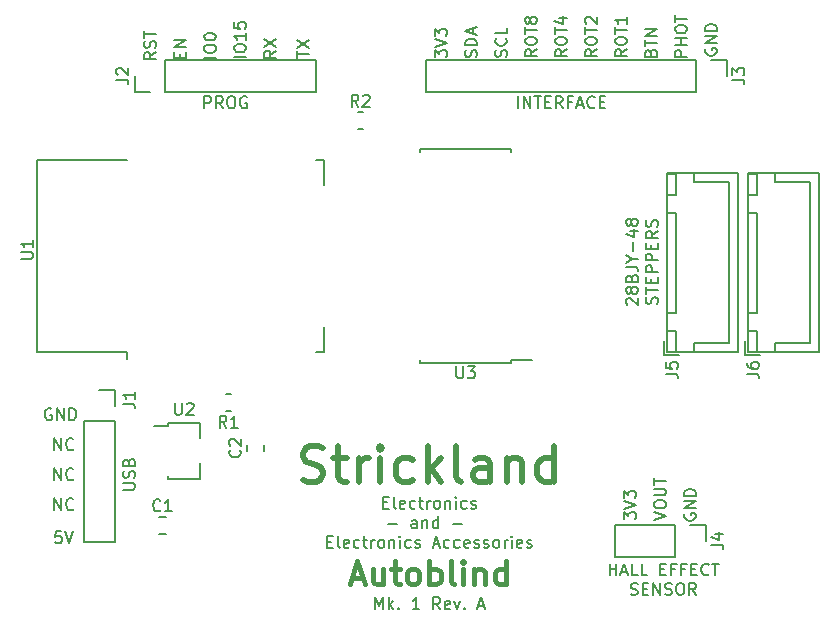
<source format=gbr>
%TF.GenerationSoftware,KiCad,Pcbnew,(5.1.9)-1*%
%TF.CreationDate,2020-12-29T21:02:10-08:00*%
%TF.ProjectId,Autoblind,4175746f-626c-4696-9e64-2e6b69636164,rev?*%
%TF.SameCoordinates,Original*%
%TF.FileFunction,Legend,Top*%
%TF.FilePolarity,Positive*%
%FSLAX46Y46*%
G04 Gerber Fmt 4.6, Leading zero omitted, Abs format (unit mm)*
G04 Created by KiCad (PCBNEW (5.1.9)-1) date 2020-12-29 21:02:10*
%MOMM*%
%LPD*%
G01*
G04 APERTURE LIST*
%ADD10C,0.400000*%
%ADD11C,0.160000*%
%ADD12C,0.500000*%
G04 APERTURE END LIST*
D10*
X65310571Y-130127333D02*
X66262952Y-130127333D01*
X65120095Y-130698761D02*
X65786761Y-128698761D01*
X66453428Y-130698761D01*
X67977238Y-129365428D02*
X67977238Y-130698761D01*
X67120095Y-129365428D02*
X67120095Y-130413047D01*
X67215333Y-130603523D01*
X67405809Y-130698761D01*
X67691523Y-130698761D01*
X67882000Y-130603523D01*
X67977238Y-130508285D01*
X68643904Y-129365428D02*
X69405809Y-129365428D01*
X68929619Y-128698761D02*
X68929619Y-130413047D01*
X69024857Y-130603523D01*
X69215333Y-130698761D01*
X69405809Y-130698761D01*
X70358190Y-130698761D02*
X70167714Y-130603523D01*
X70072476Y-130508285D01*
X69977238Y-130317809D01*
X69977238Y-129746380D01*
X70072476Y-129555904D01*
X70167714Y-129460666D01*
X70358190Y-129365428D01*
X70643904Y-129365428D01*
X70834380Y-129460666D01*
X70929619Y-129555904D01*
X71024857Y-129746380D01*
X71024857Y-130317809D01*
X70929619Y-130508285D01*
X70834380Y-130603523D01*
X70643904Y-130698761D01*
X70358190Y-130698761D01*
X71882000Y-130698761D02*
X71882000Y-128698761D01*
X71882000Y-129460666D02*
X72072476Y-129365428D01*
X72453428Y-129365428D01*
X72643904Y-129460666D01*
X72739142Y-129555904D01*
X72834380Y-129746380D01*
X72834380Y-130317809D01*
X72739142Y-130508285D01*
X72643904Y-130603523D01*
X72453428Y-130698761D01*
X72072476Y-130698761D01*
X71882000Y-130603523D01*
X73977238Y-130698761D02*
X73786761Y-130603523D01*
X73691523Y-130413047D01*
X73691523Y-128698761D01*
X74739142Y-130698761D02*
X74739142Y-129365428D01*
X74739142Y-128698761D02*
X74643904Y-128794000D01*
X74739142Y-128889238D01*
X74834380Y-128794000D01*
X74739142Y-128698761D01*
X74739142Y-128889238D01*
X75691523Y-129365428D02*
X75691523Y-130698761D01*
X75691523Y-129555904D02*
X75786761Y-129460666D01*
X75977238Y-129365428D01*
X76262952Y-129365428D01*
X76453428Y-129460666D01*
X76548666Y-129651142D01*
X76548666Y-130698761D01*
X78358190Y-130698761D02*
X78358190Y-128698761D01*
X78358190Y-130603523D02*
X78167714Y-130698761D01*
X77786761Y-130698761D01*
X77596285Y-130603523D01*
X77501047Y-130508285D01*
X77405809Y-130317809D01*
X77405809Y-129746380D01*
X77501047Y-129555904D01*
X77596285Y-129460666D01*
X77786761Y-129365428D01*
X78167714Y-129365428D01*
X78358190Y-129460666D01*
D11*
X67977238Y-123744571D02*
X68310571Y-123744571D01*
X68453428Y-124268380D02*
X67977238Y-124268380D01*
X67977238Y-123268380D01*
X68453428Y-123268380D01*
X69024857Y-124268380D02*
X68929619Y-124220761D01*
X68882000Y-124125523D01*
X68882000Y-123268380D01*
X69786761Y-124220761D02*
X69691523Y-124268380D01*
X69501047Y-124268380D01*
X69405809Y-124220761D01*
X69358190Y-124125523D01*
X69358190Y-123744571D01*
X69405809Y-123649333D01*
X69501047Y-123601714D01*
X69691523Y-123601714D01*
X69786761Y-123649333D01*
X69834380Y-123744571D01*
X69834380Y-123839809D01*
X69358190Y-123935047D01*
X70691523Y-124220761D02*
X70596285Y-124268380D01*
X70405809Y-124268380D01*
X70310571Y-124220761D01*
X70262952Y-124173142D01*
X70215333Y-124077904D01*
X70215333Y-123792190D01*
X70262952Y-123696952D01*
X70310571Y-123649333D01*
X70405809Y-123601714D01*
X70596285Y-123601714D01*
X70691523Y-123649333D01*
X70977238Y-123601714D02*
X71358190Y-123601714D01*
X71120095Y-123268380D02*
X71120095Y-124125523D01*
X71167714Y-124220761D01*
X71262952Y-124268380D01*
X71358190Y-124268380D01*
X71691523Y-124268380D02*
X71691523Y-123601714D01*
X71691523Y-123792190D02*
X71739142Y-123696952D01*
X71786761Y-123649333D01*
X71882000Y-123601714D01*
X71977238Y-123601714D01*
X72453428Y-124268380D02*
X72358190Y-124220761D01*
X72310571Y-124173142D01*
X72262952Y-124077904D01*
X72262952Y-123792190D01*
X72310571Y-123696952D01*
X72358190Y-123649333D01*
X72453428Y-123601714D01*
X72596285Y-123601714D01*
X72691523Y-123649333D01*
X72739142Y-123696952D01*
X72786761Y-123792190D01*
X72786761Y-124077904D01*
X72739142Y-124173142D01*
X72691523Y-124220761D01*
X72596285Y-124268380D01*
X72453428Y-124268380D01*
X73215333Y-123601714D02*
X73215333Y-124268380D01*
X73215333Y-123696952D02*
X73262952Y-123649333D01*
X73358190Y-123601714D01*
X73501047Y-123601714D01*
X73596285Y-123649333D01*
X73643904Y-123744571D01*
X73643904Y-124268380D01*
X74120095Y-124268380D02*
X74120095Y-123601714D01*
X74120095Y-123268380D02*
X74072476Y-123316000D01*
X74120095Y-123363619D01*
X74167714Y-123316000D01*
X74120095Y-123268380D01*
X74120095Y-123363619D01*
X75024857Y-124220761D02*
X74929619Y-124268380D01*
X74739142Y-124268380D01*
X74643904Y-124220761D01*
X74596285Y-124173142D01*
X74548666Y-124077904D01*
X74548666Y-123792190D01*
X74596285Y-123696952D01*
X74643904Y-123649333D01*
X74739142Y-123601714D01*
X74929619Y-123601714D01*
X75024857Y-123649333D01*
X75405809Y-124220761D02*
X75501047Y-124268380D01*
X75691523Y-124268380D01*
X75786761Y-124220761D01*
X75834380Y-124125523D01*
X75834380Y-124077904D01*
X75786761Y-123982666D01*
X75691523Y-123935047D01*
X75548666Y-123935047D01*
X75453428Y-123887428D01*
X75405809Y-123792190D01*
X75405809Y-123744571D01*
X75453428Y-123649333D01*
X75548666Y-123601714D01*
X75691523Y-123601714D01*
X75786761Y-123649333D01*
X68382000Y-125547428D02*
X69143904Y-125547428D01*
X70810571Y-125928380D02*
X70810571Y-125404571D01*
X70762952Y-125309333D01*
X70667714Y-125261714D01*
X70477238Y-125261714D01*
X70382000Y-125309333D01*
X70810571Y-125880761D02*
X70715333Y-125928380D01*
X70477238Y-125928380D01*
X70382000Y-125880761D01*
X70334380Y-125785523D01*
X70334380Y-125690285D01*
X70382000Y-125595047D01*
X70477238Y-125547428D01*
X70715333Y-125547428D01*
X70810571Y-125499809D01*
X71286761Y-125261714D02*
X71286761Y-125928380D01*
X71286761Y-125356952D02*
X71334380Y-125309333D01*
X71429619Y-125261714D01*
X71572476Y-125261714D01*
X71667714Y-125309333D01*
X71715333Y-125404571D01*
X71715333Y-125928380D01*
X72620095Y-125928380D02*
X72620095Y-124928380D01*
X72620095Y-125880761D02*
X72524857Y-125928380D01*
X72334380Y-125928380D01*
X72239142Y-125880761D01*
X72191523Y-125833142D01*
X72143904Y-125737904D01*
X72143904Y-125452190D01*
X72191523Y-125356952D01*
X72239142Y-125309333D01*
X72334380Y-125261714D01*
X72524857Y-125261714D01*
X72620095Y-125309333D01*
X73858190Y-125547428D02*
X74620095Y-125547428D01*
X63239142Y-127064571D02*
X63572476Y-127064571D01*
X63715333Y-127588380D02*
X63239142Y-127588380D01*
X63239142Y-126588380D01*
X63715333Y-126588380D01*
X64286761Y-127588380D02*
X64191523Y-127540761D01*
X64143904Y-127445523D01*
X64143904Y-126588380D01*
X65048666Y-127540761D02*
X64953428Y-127588380D01*
X64762952Y-127588380D01*
X64667714Y-127540761D01*
X64620095Y-127445523D01*
X64620095Y-127064571D01*
X64667714Y-126969333D01*
X64762952Y-126921714D01*
X64953428Y-126921714D01*
X65048666Y-126969333D01*
X65096285Y-127064571D01*
X65096285Y-127159809D01*
X64620095Y-127255047D01*
X65953428Y-127540761D02*
X65858190Y-127588380D01*
X65667714Y-127588380D01*
X65572476Y-127540761D01*
X65524857Y-127493142D01*
X65477238Y-127397904D01*
X65477238Y-127112190D01*
X65524857Y-127016952D01*
X65572476Y-126969333D01*
X65667714Y-126921714D01*
X65858190Y-126921714D01*
X65953428Y-126969333D01*
X66239142Y-126921714D02*
X66620095Y-126921714D01*
X66382000Y-126588380D02*
X66382000Y-127445523D01*
X66429619Y-127540761D01*
X66524857Y-127588380D01*
X66620095Y-127588380D01*
X66953428Y-127588380D02*
X66953428Y-126921714D01*
X66953428Y-127112190D02*
X67001047Y-127016952D01*
X67048666Y-126969333D01*
X67143904Y-126921714D01*
X67239142Y-126921714D01*
X67715333Y-127588380D02*
X67620095Y-127540761D01*
X67572476Y-127493142D01*
X67524857Y-127397904D01*
X67524857Y-127112190D01*
X67572476Y-127016952D01*
X67620095Y-126969333D01*
X67715333Y-126921714D01*
X67858190Y-126921714D01*
X67953428Y-126969333D01*
X68001047Y-127016952D01*
X68048666Y-127112190D01*
X68048666Y-127397904D01*
X68001047Y-127493142D01*
X67953428Y-127540761D01*
X67858190Y-127588380D01*
X67715333Y-127588380D01*
X68477238Y-126921714D02*
X68477238Y-127588380D01*
X68477238Y-127016952D02*
X68524857Y-126969333D01*
X68620095Y-126921714D01*
X68762952Y-126921714D01*
X68858190Y-126969333D01*
X68905809Y-127064571D01*
X68905809Y-127588380D01*
X69382000Y-127588380D02*
X69382000Y-126921714D01*
X69382000Y-126588380D02*
X69334380Y-126636000D01*
X69382000Y-126683619D01*
X69429619Y-126636000D01*
X69382000Y-126588380D01*
X69382000Y-126683619D01*
X70286761Y-127540761D02*
X70191523Y-127588380D01*
X70001047Y-127588380D01*
X69905809Y-127540761D01*
X69858190Y-127493142D01*
X69810571Y-127397904D01*
X69810571Y-127112190D01*
X69858190Y-127016952D01*
X69905809Y-126969333D01*
X70001047Y-126921714D01*
X70191523Y-126921714D01*
X70286761Y-126969333D01*
X70667714Y-127540761D02*
X70762952Y-127588380D01*
X70953428Y-127588380D01*
X71048666Y-127540761D01*
X71096285Y-127445523D01*
X71096285Y-127397904D01*
X71048666Y-127302666D01*
X70953428Y-127255047D01*
X70810571Y-127255047D01*
X70715333Y-127207428D01*
X70667714Y-127112190D01*
X70667714Y-127064571D01*
X70715333Y-126969333D01*
X70810571Y-126921714D01*
X70953428Y-126921714D01*
X71048666Y-126969333D01*
X72239142Y-127302666D02*
X72715333Y-127302666D01*
X72143904Y-127588380D02*
X72477238Y-126588380D01*
X72810571Y-127588380D01*
X73572476Y-127540761D02*
X73477238Y-127588380D01*
X73286761Y-127588380D01*
X73191523Y-127540761D01*
X73143904Y-127493142D01*
X73096285Y-127397904D01*
X73096285Y-127112190D01*
X73143904Y-127016952D01*
X73191523Y-126969333D01*
X73286761Y-126921714D01*
X73477238Y-126921714D01*
X73572476Y-126969333D01*
X74429619Y-127540761D02*
X74334380Y-127588380D01*
X74143904Y-127588380D01*
X74048666Y-127540761D01*
X74001047Y-127493142D01*
X73953428Y-127397904D01*
X73953428Y-127112190D01*
X74001047Y-127016952D01*
X74048666Y-126969333D01*
X74143904Y-126921714D01*
X74334380Y-126921714D01*
X74429619Y-126969333D01*
X75239142Y-127540761D02*
X75143904Y-127588380D01*
X74953428Y-127588380D01*
X74858190Y-127540761D01*
X74810571Y-127445523D01*
X74810571Y-127064571D01*
X74858190Y-126969333D01*
X74953428Y-126921714D01*
X75143904Y-126921714D01*
X75239142Y-126969333D01*
X75286761Y-127064571D01*
X75286761Y-127159809D01*
X74810571Y-127255047D01*
X75667714Y-127540761D02*
X75762952Y-127588380D01*
X75953428Y-127588380D01*
X76048666Y-127540761D01*
X76096285Y-127445523D01*
X76096285Y-127397904D01*
X76048666Y-127302666D01*
X75953428Y-127255047D01*
X75810571Y-127255047D01*
X75715333Y-127207428D01*
X75667714Y-127112190D01*
X75667714Y-127064571D01*
X75715333Y-126969333D01*
X75810571Y-126921714D01*
X75953428Y-126921714D01*
X76048666Y-126969333D01*
X76477238Y-127540761D02*
X76572476Y-127588380D01*
X76762952Y-127588380D01*
X76858190Y-127540761D01*
X76905809Y-127445523D01*
X76905809Y-127397904D01*
X76858190Y-127302666D01*
X76762952Y-127255047D01*
X76620095Y-127255047D01*
X76524857Y-127207428D01*
X76477238Y-127112190D01*
X76477238Y-127064571D01*
X76524857Y-126969333D01*
X76620095Y-126921714D01*
X76762952Y-126921714D01*
X76858190Y-126969333D01*
X77477238Y-127588380D02*
X77382000Y-127540761D01*
X77334380Y-127493142D01*
X77286761Y-127397904D01*
X77286761Y-127112190D01*
X77334380Y-127016952D01*
X77382000Y-126969333D01*
X77477238Y-126921714D01*
X77620095Y-126921714D01*
X77715333Y-126969333D01*
X77762952Y-127016952D01*
X77810571Y-127112190D01*
X77810571Y-127397904D01*
X77762952Y-127493142D01*
X77715333Y-127540761D01*
X77620095Y-127588380D01*
X77477238Y-127588380D01*
X78239142Y-127588380D02*
X78239142Y-126921714D01*
X78239142Y-127112190D02*
X78286761Y-127016952D01*
X78334380Y-126969333D01*
X78429619Y-126921714D01*
X78524857Y-126921714D01*
X78858190Y-127588380D02*
X78858190Y-126921714D01*
X78858190Y-126588380D02*
X78810571Y-126636000D01*
X78858190Y-126683619D01*
X78905809Y-126636000D01*
X78858190Y-126588380D01*
X78858190Y-126683619D01*
X79715333Y-127540761D02*
X79620095Y-127588380D01*
X79429619Y-127588380D01*
X79334380Y-127540761D01*
X79286761Y-127445523D01*
X79286761Y-127064571D01*
X79334380Y-126969333D01*
X79429619Y-126921714D01*
X79620095Y-126921714D01*
X79715333Y-126969333D01*
X79762952Y-127064571D01*
X79762952Y-127159809D01*
X79286761Y-127255047D01*
X80143904Y-127540761D02*
X80239142Y-127588380D01*
X80429619Y-127588380D01*
X80524857Y-127540761D01*
X80572476Y-127445523D01*
X80572476Y-127397904D01*
X80524857Y-127302666D01*
X80429619Y-127255047D01*
X80286761Y-127255047D01*
X80191523Y-127207428D01*
X80143904Y-127112190D01*
X80143904Y-127064571D01*
X80191523Y-126969333D01*
X80286761Y-126921714D01*
X80429619Y-126921714D01*
X80524857Y-126969333D01*
X87146380Y-129924380D02*
X87146380Y-128924380D01*
X87146380Y-129400571D02*
X87717809Y-129400571D01*
X87717809Y-129924380D02*
X87717809Y-128924380D01*
X88146380Y-129638666D02*
X88622571Y-129638666D01*
X88051142Y-129924380D02*
X88384476Y-128924380D01*
X88717809Y-129924380D01*
X89527333Y-129924380D02*
X89051142Y-129924380D01*
X89051142Y-128924380D01*
X90336857Y-129924380D02*
X89860666Y-129924380D01*
X89860666Y-128924380D01*
X91432095Y-129400571D02*
X91765428Y-129400571D01*
X91908285Y-129924380D02*
X91432095Y-129924380D01*
X91432095Y-128924380D01*
X91908285Y-128924380D01*
X92670190Y-129400571D02*
X92336857Y-129400571D01*
X92336857Y-129924380D02*
X92336857Y-128924380D01*
X92813047Y-128924380D01*
X93527333Y-129400571D02*
X93194000Y-129400571D01*
X93194000Y-129924380D02*
X93194000Y-128924380D01*
X93670190Y-128924380D01*
X94051142Y-129400571D02*
X94384476Y-129400571D01*
X94527333Y-129924380D02*
X94051142Y-129924380D01*
X94051142Y-128924380D01*
X94527333Y-128924380D01*
X95527333Y-129829142D02*
X95479714Y-129876761D01*
X95336857Y-129924380D01*
X95241619Y-129924380D01*
X95098761Y-129876761D01*
X95003523Y-129781523D01*
X94955904Y-129686285D01*
X94908285Y-129495809D01*
X94908285Y-129352952D01*
X94955904Y-129162476D01*
X95003523Y-129067238D01*
X95098761Y-128972000D01*
X95241619Y-128924380D01*
X95336857Y-128924380D01*
X95479714Y-128972000D01*
X95527333Y-129019619D01*
X95813047Y-128924380D02*
X96384476Y-128924380D01*
X96098761Y-129924380D02*
X96098761Y-128924380D01*
X88932095Y-131536761D02*
X89074952Y-131584380D01*
X89313047Y-131584380D01*
X89408285Y-131536761D01*
X89455904Y-131489142D01*
X89503523Y-131393904D01*
X89503523Y-131298666D01*
X89455904Y-131203428D01*
X89408285Y-131155809D01*
X89313047Y-131108190D01*
X89122571Y-131060571D01*
X89027333Y-131012952D01*
X88979714Y-130965333D01*
X88932095Y-130870095D01*
X88932095Y-130774857D01*
X88979714Y-130679619D01*
X89027333Y-130632000D01*
X89122571Y-130584380D01*
X89360666Y-130584380D01*
X89503523Y-130632000D01*
X89932095Y-131060571D02*
X90265428Y-131060571D01*
X90408285Y-131584380D02*
X89932095Y-131584380D01*
X89932095Y-130584380D01*
X90408285Y-130584380D01*
X90836857Y-131584380D02*
X90836857Y-130584380D01*
X91408285Y-131584380D01*
X91408285Y-130584380D01*
X91836857Y-131536761D02*
X91979714Y-131584380D01*
X92217809Y-131584380D01*
X92313047Y-131536761D01*
X92360666Y-131489142D01*
X92408285Y-131393904D01*
X92408285Y-131298666D01*
X92360666Y-131203428D01*
X92313047Y-131155809D01*
X92217809Y-131108190D01*
X92027333Y-131060571D01*
X91932095Y-131012952D01*
X91884476Y-130965333D01*
X91836857Y-130870095D01*
X91836857Y-130774857D01*
X91884476Y-130679619D01*
X91932095Y-130632000D01*
X92027333Y-130584380D01*
X92265428Y-130584380D01*
X92408285Y-130632000D01*
X93027333Y-130584380D02*
X93217809Y-130584380D01*
X93313047Y-130632000D01*
X93408285Y-130727238D01*
X93455904Y-130917714D01*
X93455904Y-131251047D01*
X93408285Y-131441523D01*
X93313047Y-131536761D01*
X93217809Y-131584380D01*
X93027333Y-131584380D01*
X92932095Y-131536761D01*
X92836857Y-131441523D01*
X92789238Y-131251047D01*
X92789238Y-130917714D01*
X92836857Y-130727238D01*
X92932095Y-130632000D01*
X93027333Y-130584380D01*
X94455904Y-131584380D02*
X94122571Y-131108190D01*
X93884476Y-131584380D02*
X93884476Y-130584380D01*
X94265428Y-130584380D01*
X94360666Y-130632000D01*
X94408285Y-130679619D01*
X94455904Y-130774857D01*
X94455904Y-130917714D01*
X94408285Y-131012952D01*
X94360666Y-131060571D01*
X94265428Y-131108190D01*
X93884476Y-131108190D01*
X67310571Y-132786380D02*
X67310571Y-131786380D01*
X67643904Y-132500666D01*
X67977238Y-131786380D01*
X67977238Y-132786380D01*
X68453428Y-132786380D02*
X68453428Y-131786380D01*
X68548666Y-132405428D02*
X68834380Y-132786380D01*
X68834380Y-132119714D02*
X68453428Y-132500666D01*
X69262952Y-132691142D02*
X69310571Y-132738761D01*
X69262952Y-132786380D01*
X69215333Y-132738761D01*
X69262952Y-132691142D01*
X69262952Y-132786380D01*
X71024857Y-132786380D02*
X70453428Y-132786380D01*
X70739142Y-132786380D02*
X70739142Y-131786380D01*
X70643904Y-131929238D01*
X70548666Y-132024476D01*
X70453428Y-132072095D01*
X72786761Y-132786380D02*
X72453428Y-132310190D01*
X72215333Y-132786380D02*
X72215333Y-131786380D01*
X72596285Y-131786380D01*
X72691523Y-131834000D01*
X72739142Y-131881619D01*
X72786761Y-131976857D01*
X72786761Y-132119714D01*
X72739142Y-132214952D01*
X72691523Y-132262571D01*
X72596285Y-132310190D01*
X72215333Y-132310190D01*
X73596285Y-132738761D02*
X73501047Y-132786380D01*
X73310571Y-132786380D01*
X73215333Y-132738761D01*
X73167714Y-132643523D01*
X73167714Y-132262571D01*
X73215333Y-132167333D01*
X73310571Y-132119714D01*
X73501047Y-132119714D01*
X73596285Y-132167333D01*
X73643904Y-132262571D01*
X73643904Y-132357809D01*
X73167714Y-132453047D01*
X73977238Y-132119714D02*
X74215333Y-132786380D01*
X74453428Y-132119714D01*
X74834380Y-132691142D02*
X74882000Y-132738761D01*
X74834380Y-132786380D01*
X74786761Y-132738761D01*
X74834380Y-132691142D01*
X74834380Y-132786380D01*
X76024857Y-132500666D02*
X76501047Y-132500666D01*
X75929619Y-132786380D02*
X76262952Y-131786380D01*
X76596285Y-132786380D01*
D12*
X61167714Y-121864285D02*
X61596285Y-122007142D01*
X62310571Y-122007142D01*
X62596285Y-121864285D01*
X62739142Y-121721428D01*
X62882000Y-121435714D01*
X62882000Y-121150000D01*
X62739142Y-120864285D01*
X62596285Y-120721428D01*
X62310571Y-120578571D01*
X61739142Y-120435714D01*
X61453428Y-120292857D01*
X61310571Y-120150000D01*
X61167714Y-119864285D01*
X61167714Y-119578571D01*
X61310571Y-119292857D01*
X61453428Y-119150000D01*
X61739142Y-119007142D01*
X62453428Y-119007142D01*
X62882000Y-119150000D01*
X63739142Y-120007142D02*
X64882000Y-120007142D01*
X64167714Y-119007142D02*
X64167714Y-121578571D01*
X64310571Y-121864285D01*
X64596285Y-122007142D01*
X64882000Y-122007142D01*
X65882000Y-122007142D02*
X65882000Y-120007142D01*
X65882000Y-120578571D02*
X66024857Y-120292857D01*
X66167714Y-120150000D01*
X66453428Y-120007142D01*
X66739142Y-120007142D01*
X67739142Y-122007142D02*
X67739142Y-120007142D01*
X67739142Y-119007142D02*
X67596285Y-119150000D01*
X67739142Y-119292857D01*
X67882000Y-119150000D01*
X67739142Y-119007142D01*
X67739142Y-119292857D01*
X70453428Y-121864285D02*
X70167714Y-122007142D01*
X69596285Y-122007142D01*
X69310571Y-121864285D01*
X69167714Y-121721428D01*
X69024857Y-121435714D01*
X69024857Y-120578571D01*
X69167714Y-120292857D01*
X69310571Y-120150000D01*
X69596285Y-120007142D01*
X70167714Y-120007142D01*
X70453428Y-120150000D01*
X71739142Y-122007142D02*
X71739142Y-119007142D01*
X72024857Y-120864285D02*
X72882000Y-122007142D01*
X72882000Y-120007142D02*
X71739142Y-121150000D01*
X74596285Y-122007142D02*
X74310571Y-121864285D01*
X74167714Y-121578571D01*
X74167714Y-119007142D01*
X77024857Y-122007142D02*
X77024857Y-120435714D01*
X76882000Y-120150000D01*
X76596285Y-120007142D01*
X76024857Y-120007142D01*
X75739142Y-120150000D01*
X77024857Y-121864285D02*
X76739142Y-122007142D01*
X76024857Y-122007142D01*
X75739142Y-121864285D01*
X75596285Y-121578571D01*
X75596285Y-121292857D01*
X75739142Y-121007142D01*
X76024857Y-120864285D01*
X76739142Y-120864285D01*
X77024857Y-120721428D01*
X78453428Y-120007142D02*
X78453428Y-122007142D01*
X78453428Y-120292857D02*
X78596285Y-120150000D01*
X78882000Y-120007142D01*
X79310571Y-120007142D01*
X79596285Y-120150000D01*
X79739142Y-120435714D01*
X79739142Y-122007142D01*
X82453428Y-122007142D02*
X82453428Y-119007142D01*
X82453428Y-121864285D02*
X82167714Y-122007142D01*
X81596285Y-122007142D01*
X81310571Y-121864285D01*
X81167714Y-121721428D01*
X81024857Y-121435714D01*
X81024857Y-120578571D01*
X81167714Y-120292857D01*
X81310571Y-120150000D01*
X81596285Y-120007142D01*
X82167714Y-120007142D01*
X82453428Y-120150000D01*
D11*
X45934380Y-122673904D02*
X46743904Y-122673904D01*
X46839142Y-122626285D01*
X46886761Y-122578666D01*
X46934380Y-122483428D01*
X46934380Y-122292952D01*
X46886761Y-122197714D01*
X46839142Y-122150095D01*
X46743904Y-122102476D01*
X45934380Y-122102476D01*
X46886761Y-121673904D02*
X46934380Y-121531047D01*
X46934380Y-121292952D01*
X46886761Y-121197714D01*
X46839142Y-121150095D01*
X46743904Y-121102476D01*
X46648666Y-121102476D01*
X46553428Y-121150095D01*
X46505809Y-121197714D01*
X46458190Y-121292952D01*
X46410571Y-121483428D01*
X46362952Y-121578666D01*
X46315333Y-121626285D01*
X46220095Y-121673904D01*
X46124857Y-121673904D01*
X46029619Y-121626285D01*
X45982000Y-121578666D01*
X45934380Y-121483428D01*
X45934380Y-121245333D01*
X45982000Y-121102476D01*
X46410571Y-120340571D02*
X46458190Y-120197714D01*
X46505809Y-120150095D01*
X46601047Y-120102476D01*
X46743904Y-120102476D01*
X46839142Y-120150095D01*
X46886761Y-120197714D01*
X46934380Y-120292952D01*
X46934380Y-120673904D01*
X45934380Y-120673904D01*
X45934380Y-120340571D01*
X45982000Y-120245333D01*
X46029619Y-120197714D01*
X46124857Y-120150095D01*
X46220095Y-120150095D01*
X46315333Y-120197714D01*
X46362952Y-120245333D01*
X46410571Y-120340571D01*
X46410571Y-120673904D01*
X88633619Y-107020857D02*
X88586000Y-106973238D01*
X88538380Y-106878000D01*
X88538380Y-106639904D01*
X88586000Y-106544666D01*
X88633619Y-106497047D01*
X88728857Y-106449428D01*
X88824095Y-106449428D01*
X88966952Y-106497047D01*
X89538380Y-107068476D01*
X89538380Y-106449428D01*
X88966952Y-105878000D02*
X88919333Y-105973238D01*
X88871714Y-106020857D01*
X88776476Y-106068476D01*
X88728857Y-106068476D01*
X88633619Y-106020857D01*
X88586000Y-105973238D01*
X88538380Y-105878000D01*
X88538380Y-105687523D01*
X88586000Y-105592285D01*
X88633619Y-105544666D01*
X88728857Y-105497047D01*
X88776476Y-105497047D01*
X88871714Y-105544666D01*
X88919333Y-105592285D01*
X88966952Y-105687523D01*
X88966952Y-105878000D01*
X89014571Y-105973238D01*
X89062190Y-106020857D01*
X89157428Y-106068476D01*
X89347904Y-106068476D01*
X89443142Y-106020857D01*
X89490761Y-105973238D01*
X89538380Y-105878000D01*
X89538380Y-105687523D01*
X89490761Y-105592285D01*
X89443142Y-105544666D01*
X89347904Y-105497047D01*
X89157428Y-105497047D01*
X89062190Y-105544666D01*
X89014571Y-105592285D01*
X88966952Y-105687523D01*
X89014571Y-104735142D02*
X89062190Y-104592285D01*
X89109809Y-104544666D01*
X89205047Y-104497047D01*
X89347904Y-104497047D01*
X89443142Y-104544666D01*
X89490761Y-104592285D01*
X89538380Y-104687523D01*
X89538380Y-105068476D01*
X88538380Y-105068476D01*
X88538380Y-104735142D01*
X88586000Y-104639904D01*
X88633619Y-104592285D01*
X88728857Y-104544666D01*
X88824095Y-104544666D01*
X88919333Y-104592285D01*
X88966952Y-104639904D01*
X89014571Y-104735142D01*
X89014571Y-105068476D01*
X88538380Y-103782761D02*
X89252666Y-103782761D01*
X89395523Y-103830380D01*
X89490761Y-103925619D01*
X89538380Y-104068476D01*
X89538380Y-104163714D01*
X89062190Y-103116095D02*
X89538380Y-103116095D01*
X88538380Y-103449428D02*
X89062190Y-103116095D01*
X88538380Y-102782761D01*
X89157428Y-102449428D02*
X89157428Y-101687523D01*
X88871714Y-100782761D02*
X89538380Y-100782761D01*
X88490761Y-101020857D02*
X89205047Y-101258952D01*
X89205047Y-100639904D01*
X88966952Y-100116095D02*
X88919333Y-100211333D01*
X88871714Y-100258952D01*
X88776476Y-100306571D01*
X88728857Y-100306571D01*
X88633619Y-100258952D01*
X88586000Y-100211333D01*
X88538380Y-100116095D01*
X88538380Y-99925619D01*
X88586000Y-99830380D01*
X88633619Y-99782761D01*
X88728857Y-99735142D01*
X88776476Y-99735142D01*
X88871714Y-99782761D01*
X88919333Y-99830380D01*
X88966952Y-99925619D01*
X88966952Y-100116095D01*
X89014571Y-100211333D01*
X89062190Y-100258952D01*
X89157428Y-100306571D01*
X89347904Y-100306571D01*
X89443142Y-100258952D01*
X89490761Y-100211333D01*
X89538380Y-100116095D01*
X89538380Y-99925619D01*
X89490761Y-99830380D01*
X89443142Y-99782761D01*
X89347904Y-99735142D01*
X89157428Y-99735142D01*
X89062190Y-99782761D01*
X89014571Y-99830380D01*
X88966952Y-99925619D01*
X91150761Y-106925619D02*
X91198380Y-106782761D01*
X91198380Y-106544666D01*
X91150761Y-106449428D01*
X91103142Y-106401809D01*
X91007904Y-106354190D01*
X90912666Y-106354190D01*
X90817428Y-106401809D01*
X90769809Y-106449428D01*
X90722190Y-106544666D01*
X90674571Y-106735142D01*
X90626952Y-106830380D01*
X90579333Y-106878000D01*
X90484095Y-106925619D01*
X90388857Y-106925619D01*
X90293619Y-106878000D01*
X90246000Y-106830380D01*
X90198380Y-106735142D01*
X90198380Y-106497047D01*
X90246000Y-106354190D01*
X90198380Y-106068476D02*
X90198380Y-105497047D01*
X91198380Y-105782761D02*
X90198380Y-105782761D01*
X90674571Y-105163714D02*
X90674571Y-104830380D01*
X91198380Y-104687523D02*
X91198380Y-105163714D01*
X90198380Y-105163714D01*
X90198380Y-104687523D01*
X91198380Y-104258952D02*
X90198380Y-104258952D01*
X90198380Y-103878000D01*
X90246000Y-103782761D01*
X90293619Y-103735142D01*
X90388857Y-103687523D01*
X90531714Y-103687523D01*
X90626952Y-103735142D01*
X90674571Y-103782761D01*
X90722190Y-103878000D01*
X90722190Y-104258952D01*
X91198380Y-103258952D02*
X90198380Y-103258952D01*
X90198380Y-102878000D01*
X90246000Y-102782761D01*
X90293619Y-102735142D01*
X90388857Y-102687523D01*
X90531714Y-102687523D01*
X90626952Y-102735142D01*
X90674571Y-102782761D01*
X90722190Y-102878000D01*
X90722190Y-103258952D01*
X90674571Y-102258952D02*
X90674571Y-101925619D01*
X91198380Y-101782761D02*
X91198380Y-102258952D01*
X90198380Y-102258952D01*
X90198380Y-101782761D01*
X91198380Y-100782761D02*
X90722190Y-101116095D01*
X91198380Y-101354190D02*
X90198380Y-101354190D01*
X90198380Y-100973238D01*
X90246000Y-100878000D01*
X90293619Y-100830380D01*
X90388857Y-100782761D01*
X90531714Y-100782761D01*
X90626952Y-100830380D01*
X90674571Y-100878000D01*
X90722190Y-100973238D01*
X90722190Y-101354190D01*
X91150761Y-100401809D02*
X91198380Y-100258952D01*
X91198380Y-100020857D01*
X91150761Y-99925619D01*
X91103142Y-99878000D01*
X91007904Y-99830380D01*
X90912666Y-99830380D01*
X90817428Y-99878000D01*
X90769809Y-99925619D01*
X90722190Y-100020857D01*
X90674571Y-100211333D01*
X90626952Y-100306571D01*
X90579333Y-100354190D01*
X90484095Y-100401809D01*
X90388857Y-100401809D01*
X90293619Y-100354190D01*
X90246000Y-100306571D01*
X90198380Y-100211333D01*
X90198380Y-99973238D01*
X90246000Y-99830380D01*
X79391333Y-90368380D02*
X79391333Y-89368380D01*
X79867523Y-90368380D02*
X79867523Y-89368380D01*
X80438952Y-90368380D01*
X80438952Y-89368380D01*
X80772285Y-89368380D02*
X81343714Y-89368380D01*
X81058000Y-90368380D02*
X81058000Y-89368380D01*
X81677047Y-89844571D02*
X82010380Y-89844571D01*
X82153238Y-90368380D02*
X81677047Y-90368380D01*
X81677047Y-89368380D01*
X82153238Y-89368380D01*
X83153238Y-90368380D02*
X82819904Y-89892190D01*
X82581809Y-90368380D02*
X82581809Y-89368380D01*
X82962761Y-89368380D01*
X83058000Y-89416000D01*
X83105619Y-89463619D01*
X83153238Y-89558857D01*
X83153238Y-89701714D01*
X83105619Y-89796952D01*
X83058000Y-89844571D01*
X82962761Y-89892190D01*
X82581809Y-89892190D01*
X83915142Y-89844571D02*
X83581809Y-89844571D01*
X83581809Y-90368380D02*
X83581809Y-89368380D01*
X84058000Y-89368380D01*
X84391333Y-90082666D02*
X84867523Y-90082666D01*
X84296095Y-90368380D02*
X84629428Y-89368380D01*
X84962761Y-90368380D01*
X85867523Y-90273142D02*
X85819904Y-90320761D01*
X85677047Y-90368380D01*
X85581809Y-90368380D01*
X85438952Y-90320761D01*
X85343714Y-90225523D01*
X85296095Y-90130285D01*
X85248476Y-89939809D01*
X85248476Y-89796952D01*
X85296095Y-89606476D01*
X85343714Y-89511238D01*
X85438952Y-89416000D01*
X85581809Y-89368380D01*
X85677047Y-89368380D01*
X85819904Y-89416000D01*
X85867523Y-89463619D01*
X86296095Y-89844571D02*
X86629428Y-89844571D01*
X86772285Y-90368380D02*
X86296095Y-90368380D01*
X86296095Y-89368380D01*
X86772285Y-89368380D01*
X52824285Y-90368380D02*
X52824285Y-89368380D01*
X53205238Y-89368380D01*
X53300476Y-89416000D01*
X53348095Y-89463619D01*
X53395714Y-89558857D01*
X53395714Y-89701714D01*
X53348095Y-89796952D01*
X53300476Y-89844571D01*
X53205238Y-89892190D01*
X52824285Y-89892190D01*
X54395714Y-90368380D02*
X54062380Y-89892190D01*
X53824285Y-90368380D02*
X53824285Y-89368380D01*
X54205238Y-89368380D01*
X54300476Y-89416000D01*
X54348095Y-89463619D01*
X54395714Y-89558857D01*
X54395714Y-89701714D01*
X54348095Y-89796952D01*
X54300476Y-89844571D01*
X54205238Y-89892190D01*
X53824285Y-89892190D01*
X55014761Y-89368380D02*
X55205238Y-89368380D01*
X55300476Y-89416000D01*
X55395714Y-89511238D01*
X55443333Y-89701714D01*
X55443333Y-90035047D01*
X55395714Y-90225523D01*
X55300476Y-90320761D01*
X55205238Y-90368380D01*
X55014761Y-90368380D01*
X54919523Y-90320761D01*
X54824285Y-90225523D01*
X54776666Y-90035047D01*
X54776666Y-89701714D01*
X54824285Y-89511238D01*
X54919523Y-89416000D01*
X55014761Y-89368380D01*
X56395714Y-89416000D02*
X56300476Y-89368380D01*
X56157619Y-89368380D01*
X56014761Y-89416000D01*
X55919523Y-89511238D01*
X55871904Y-89606476D01*
X55824285Y-89796952D01*
X55824285Y-89939809D01*
X55871904Y-90130285D01*
X55919523Y-90225523D01*
X56014761Y-90320761D01*
X56157619Y-90368380D01*
X56252857Y-90368380D01*
X56395714Y-90320761D01*
X56443333Y-90273142D01*
X56443333Y-89939809D01*
X56252857Y-89939809D01*
X60666380Y-86105904D02*
X60666380Y-85534476D01*
X61666380Y-85820190D02*
X60666380Y-85820190D01*
X60666380Y-85296380D02*
X61666380Y-84629714D01*
X60666380Y-84629714D02*
X61666380Y-85296380D01*
X58872380Y-85510666D02*
X58396190Y-85844000D01*
X58872380Y-86082095D02*
X57872380Y-86082095D01*
X57872380Y-85701142D01*
X57920000Y-85605904D01*
X57967619Y-85558285D01*
X58062857Y-85510666D01*
X58205714Y-85510666D01*
X58300952Y-85558285D01*
X58348571Y-85605904D01*
X58396190Y-85701142D01*
X58396190Y-86082095D01*
X57872380Y-85177333D02*
X58872380Y-84510666D01*
X57872380Y-84510666D02*
X58872380Y-85177333D01*
X56332380Y-86058190D02*
X55332380Y-86058190D01*
X55332380Y-85391523D02*
X55332380Y-85201047D01*
X55380000Y-85105809D01*
X55475238Y-85010571D01*
X55665714Y-84962952D01*
X55999047Y-84962952D01*
X56189523Y-85010571D01*
X56284761Y-85105809D01*
X56332380Y-85201047D01*
X56332380Y-85391523D01*
X56284761Y-85486761D01*
X56189523Y-85582000D01*
X55999047Y-85629619D01*
X55665714Y-85629619D01*
X55475238Y-85582000D01*
X55380000Y-85486761D01*
X55332380Y-85391523D01*
X56332380Y-84010571D02*
X56332380Y-84582000D01*
X56332380Y-84296285D02*
X55332380Y-84296285D01*
X55475238Y-84391523D01*
X55570476Y-84486761D01*
X55618095Y-84582000D01*
X55332380Y-83105809D02*
X55332380Y-83582000D01*
X55808571Y-83629619D01*
X55760952Y-83582000D01*
X55713333Y-83486761D01*
X55713333Y-83248666D01*
X55760952Y-83153428D01*
X55808571Y-83105809D01*
X55903809Y-83058190D01*
X56141904Y-83058190D01*
X56237142Y-83105809D01*
X56284761Y-83153428D01*
X56332380Y-83248666D01*
X56332380Y-83486761D01*
X56284761Y-83582000D01*
X56237142Y-83629619D01*
X53792380Y-86090000D02*
X52792380Y-86090000D01*
X52792380Y-85423333D02*
X52792380Y-85232857D01*
X52840000Y-85137619D01*
X52935238Y-85042380D01*
X53125714Y-84994761D01*
X53459047Y-84994761D01*
X53649523Y-85042380D01*
X53744761Y-85137619D01*
X53792380Y-85232857D01*
X53792380Y-85423333D01*
X53744761Y-85518571D01*
X53649523Y-85613809D01*
X53459047Y-85661428D01*
X53125714Y-85661428D01*
X52935238Y-85613809D01*
X52840000Y-85518571D01*
X52792380Y-85423333D01*
X52792380Y-84375714D02*
X52792380Y-84280476D01*
X52840000Y-84185238D01*
X52887619Y-84137619D01*
X52982857Y-84090000D01*
X53173333Y-84042380D01*
X53411428Y-84042380D01*
X53601904Y-84090000D01*
X53697142Y-84137619D01*
X53744761Y-84185238D01*
X53792380Y-84280476D01*
X53792380Y-84375714D01*
X53744761Y-84470952D01*
X53697142Y-84518571D01*
X53601904Y-84566190D01*
X53411428Y-84613809D01*
X53173333Y-84613809D01*
X52982857Y-84566190D01*
X52887619Y-84518571D01*
X52840000Y-84470952D01*
X52792380Y-84375714D01*
X50728571Y-86082095D02*
X50728571Y-85748761D01*
X51252380Y-85605904D02*
X51252380Y-86082095D01*
X50252380Y-86082095D01*
X50252380Y-85605904D01*
X51252380Y-85177333D02*
X50252380Y-85177333D01*
X51252380Y-84605904D01*
X50252380Y-84605904D01*
X48712380Y-85637619D02*
X48236190Y-85970952D01*
X48712380Y-86209047D02*
X47712380Y-86209047D01*
X47712380Y-85828095D01*
X47760000Y-85732857D01*
X47807619Y-85685238D01*
X47902857Y-85637619D01*
X48045714Y-85637619D01*
X48140952Y-85685238D01*
X48188571Y-85732857D01*
X48236190Y-85828095D01*
X48236190Y-86209047D01*
X48664761Y-85256666D02*
X48712380Y-85113809D01*
X48712380Y-84875714D01*
X48664761Y-84780476D01*
X48617142Y-84732857D01*
X48521904Y-84685238D01*
X48426666Y-84685238D01*
X48331428Y-84732857D01*
X48283809Y-84780476D01*
X48236190Y-84875714D01*
X48188571Y-85066190D01*
X48140952Y-85161428D01*
X48093333Y-85209047D01*
X47998095Y-85256666D01*
X47902857Y-85256666D01*
X47807619Y-85209047D01*
X47760000Y-85161428D01*
X47712380Y-85066190D01*
X47712380Y-84828095D01*
X47760000Y-84685238D01*
X47712380Y-84399523D02*
X47712380Y-83828095D01*
X48712380Y-84113809D02*
X47712380Y-84113809D01*
X40703523Y-126198380D02*
X40227333Y-126198380D01*
X40179714Y-126674571D01*
X40227333Y-126626952D01*
X40322571Y-126579333D01*
X40560666Y-126579333D01*
X40655904Y-126626952D01*
X40703523Y-126674571D01*
X40751142Y-126769809D01*
X40751142Y-127007904D01*
X40703523Y-127103142D01*
X40655904Y-127150761D01*
X40560666Y-127198380D01*
X40322571Y-127198380D01*
X40227333Y-127150761D01*
X40179714Y-127103142D01*
X41036857Y-126198380D02*
X41370190Y-127198380D01*
X41703523Y-126198380D01*
X40108285Y-124404380D02*
X40108285Y-123404380D01*
X40679714Y-124404380D01*
X40679714Y-123404380D01*
X41727333Y-124309142D02*
X41679714Y-124356761D01*
X41536857Y-124404380D01*
X41441619Y-124404380D01*
X41298761Y-124356761D01*
X41203523Y-124261523D01*
X41155904Y-124166285D01*
X41108285Y-123975809D01*
X41108285Y-123832952D01*
X41155904Y-123642476D01*
X41203523Y-123547238D01*
X41298761Y-123452000D01*
X41441619Y-123404380D01*
X41536857Y-123404380D01*
X41679714Y-123452000D01*
X41727333Y-123499619D01*
X40108285Y-121864380D02*
X40108285Y-120864380D01*
X40679714Y-121864380D01*
X40679714Y-120864380D01*
X41727333Y-121769142D02*
X41679714Y-121816761D01*
X41536857Y-121864380D01*
X41441619Y-121864380D01*
X41298761Y-121816761D01*
X41203523Y-121721523D01*
X41155904Y-121626285D01*
X41108285Y-121435809D01*
X41108285Y-121292952D01*
X41155904Y-121102476D01*
X41203523Y-121007238D01*
X41298761Y-120912000D01*
X41441619Y-120864380D01*
X41536857Y-120864380D01*
X41679714Y-120912000D01*
X41727333Y-120959619D01*
X40108285Y-119324380D02*
X40108285Y-118324380D01*
X40679714Y-119324380D01*
X40679714Y-118324380D01*
X41727333Y-119229142D02*
X41679714Y-119276761D01*
X41536857Y-119324380D01*
X41441619Y-119324380D01*
X41298761Y-119276761D01*
X41203523Y-119181523D01*
X41155904Y-119086285D01*
X41108285Y-118895809D01*
X41108285Y-118752952D01*
X41155904Y-118562476D01*
X41203523Y-118467238D01*
X41298761Y-118372000D01*
X41441619Y-118324380D01*
X41536857Y-118324380D01*
X41679714Y-118372000D01*
X41727333Y-118419619D01*
X39878095Y-115832000D02*
X39782857Y-115784380D01*
X39640000Y-115784380D01*
X39497142Y-115832000D01*
X39401904Y-115927238D01*
X39354285Y-116022476D01*
X39306666Y-116212952D01*
X39306666Y-116355809D01*
X39354285Y-116546285D01*
X39401904Y-116641523D01*
X39497142Y-116736761D01*
X39640000Y-116784380D01*
X39735238Y-116784380D01*
X39878095Y-116736761D01*
X39925714Y-116689142D01*
X39925714Y-116355809D01*
X39735238Y-116355809D01*
X40354285Y-116784380D02*
X40354285Y-115784380D01*
X40925714Y-116784380D01*
X40925714Y-115784380D01*
X41401904Y-116784380D02*
X41401904Y-115784380D01*
X41640000Y-115784380D01*
X41782857Y-115832000D01*
X41878095Y-115927238D01*
X41925714Y-116022476D01*
X41973333Y-116212952D01*
X41973333Y-116355809D01*
X41925714Y-116546285D01*
X41878095Y-116641523D01*
X41782857Y-116736761D01*
X41640000Y-116784380D01*
X41401904Y-116784380D01*
X93480000Y-124713904D02*
X93432380Y-124809142D01*
X93432380Y-124952000D01*
X93480000Y-125094857D01*
X93575238Y-125190095D01*
X93670476Y-125237714D01*
X93860952Y-125285333D01*
X94003809Y-125285333D01*
X94194285Y-125237714D01*
X94289523Y-125190095D01*
X94384761Y-125094857D01*
X94432380Y-124952000D01*
X94432380Y-124856761D01*
X94384761Y-124713904D01*
X94337142Y-124666285D01*
X94003809Y-124666285D01*
X94003809Y-124856761D01*
X94432380Y-124237714D02*
X93432380Y-124237714D01*
X94432380Y-123666285D01*
X93432380Y-123666285D01*
X94432380Y-123190095D02*
X93432380Y-123190095D01*
X93432380Y-122952000D01*
X93480000Y-122809142D01*
X93575238Y-122713904D01*
X93670476Y-122666285D01*
X93860952Y-122618666D01*
X94003809Y-122618666D01*
X94194285Y-122666285D01*
X94289523Y-122713904D01*
X94384761Y-122809142D01*
X94432380Y-122952000D01*
X94432380Y-123190095D01*
X90892380Y-125205904D02*
X91892380Y-124872571D01*
X90892380Y-124539238D01*
X90892380Y-124015428D02*
X90892380Y-123824952D01*
X90940000Y-123729714D01*
X91035238Y-123634476D01*
X91225714Y-123586857D01*
X91559047Y-123586857D01*
X91749523Y-123634476D01*
X91844761Y-123729714D01*
X91892380Y-123824952D01*
X91892380Y-124015428D01*
X91844761Y-124110666D01*
X91749523Y-124205904D01*
X91559047Y-124253523D01*
X91225714Y-124253523D01*
X91035238Y-124205904D01*
X90940000Y-124110666D01*
X90892380Y-124015428D01*
X90892380Y-123158285D02*
X91701904Y-123158285D01*
X91797142Y-123110666D01*
X91844761Y-123063047D01*
X91892380Y-122967809D01*
X91892380Y-122777333D01*
X91844761Y-122682095D01*
X91797142Y-122634476D01*
X91701904Y-122586857D01*
X90892380Y-122586857D01*
X90892380Y-122253523D02*
X90892380Y-121682095D01*
X91892380Y-121967809D02*
X90892380Y-121967809D01*
X88352380Y-125190095D02*
X88352380Y-124571047D01*
X88733333Y-124904380D01*
X88733333Y-124761523D01*
X88780952Y-124666285D01*
X88828571Y-124618666D01*
X88923809Y-124571047D01*
X89161904Y-124571047D01*
X89257142Y-124618666D01*
X89304761Y-124666285D01*
X89352380Y-124761523D01*
X89352380Y-125047238D01*
X89304761Y-125142476D01*
X89257142Y-125190095D01*
X88352380Y-124285333D02*
X89352380Y-123952000D01*
X88352380Y-123618666D01*
X88352380Y-123380571D02*
X88352380Y-122761523D01*
X88733333Y-123094857D01*
X88733333Y-122952000D01*
X88780952Y-122856761D01*
X88828571Y-122809142D01*
X88923809Y-122761523D01*
X89161904Y-122761523D01*
X89257142Y-122809142D01*
X89304761Y-122856761D01*
X89352380Y-122952000D01*
X89352380Y-123237714D01*
X89304761Y-123332952D01*
X89257142Y-123380571D01*
X95258000Y-85343904D02*
X95210380Y-85439142D01*
X95210380Y-85582000D01*
X95258000Y-85724857D01*
X95353238Y-85820095D01*
X95448476Y-85867714D01*
X95638952Y-85915333D01*
X95781809Y-85915333D01*
X95972285Y-85867714D01*
X96067523Y-85820095D01*
X96162761Y-85724857D01*
X96210380Y-85582000D01*
X96210380Y-85486761D01*
X96162761Y-85343904D01*
X96115142Y-85296285D01*
X95781809Y-85296285D01*
X95781809Y-85486761D01*
X96210380Y-84867714D02*
X95210380Y-84867714D01*
X96210380Y-84296285D01*
X95210380Y-84296285D01*
X96210380Y-83820095D02*
X95210380Y-83820095D01*
X95210380Y-83582000D01*
X95258000Y-83439142D01*
X95353238Y-83343904D01*
X95448476Y-83296285D01*
X95638952Y-83248666D01*
X95781809Y-83248666D01*
X95972285Y-83296285D01*
X96067523Y-83343904D01*
X96162761Y-83439142D01*
X96210380Y-83582000D01*
X96210380Y-83820095D01*
X93670380Y-86018476D02*
X92670380Y-86018476D01*
X92670380Y-85637523D01*
X92718000Y-85542285D01*
X92765619Y-85494666D01*
X92860857Y-85447047D01*
X93003714Y-85447047D01*
X93098952Y-85494666D01*
X93146571Y-85542285D01*
X93194190Y-85637523D01*
X93194190Y-86018476D01*
X93670380Y-85018476D02*
X92670380Y-85018476D01*
X93146571Y-85018476D02*
X93146571Y-84447047D01*
X93670380Y-84447047D02*
X92670380Y-84447047D01*
X92670380Y-83780380D02*
X92670380Y-83589904D01*
X92718000Y-83494666D01*
X92813238Y-83399428D01*
X93003714Y-83351809D01*
X93337047Y-83351809D01*
X93527523Y-83399428D01*
X93622761Y-83494666D01*
X93670380Y-83589904D01*
X93670380Y-83780380D01*
X93622761Y-83875619D01*
X93527523Y-83970857D01*
X93337047Y-84018476D01*
X93003714Y-84018476D01*
X92813238Y-83970857D01*
X92718000Y-83875619D01*
X92670380Y-83780380D01*
X92670380Y-83066095D02*
X92670380Y-82494666D01*
X93670380Y-82780380D02*
X92670380Y-82780380D01*
X90606571Y-85669333D02*
X90654190Y-85526476D01*
X90701809Y-85478857D01*
X90797047Y-85431238D01*
X90939904Y-85431238D01*
X91035142Y-85478857D01*
X91082761Y-85526476D01*
X91130380Y-85621714D01*
X91130380Y-86002666D01*
X90130380Y-86002666D01*
X90130380Y-85669333D01*
X90178000Y-85574095D01*
X90225619Y-85526476D01*
X90320857Y-85478857D01*
X90416095Y-85478857D01*
X90511333Y-85526476D01*
X90558952Y-85574095D01*
X90606571Y-85669333D01*
X90606571Y-86002666D01*
X90130380Y-85145523D02*
X90130380Y-84574095D01*
X91130380Y-84859809D02*
X90130380Y-84859809D01*
X91130380Y-84240761D02*
X90130380Y-84240761D01*
X91130380Y-83669333D01*
X90130380Y-83669333D01*
X88590380Y-85399428D02*
X88114190Y-85732761D01*
X88590380Y-85970857D02*
X87590380Y-85970857D01*
X87590380Y-85589904D01*
X87638000Y-85494666D01*
X87685619Y-85447047D01*
X87780857Y-85399428D01*
X87923714Y-85399428D01*
X88018952Y-85447047D01*
X88066571Y-85494666D01*
X88114190Y-85589904D01*
X88114190Y-85970857D01*
X87590380Y-84780380D02*
X87590380Y-84589904D01*
X87638000Y-84494666D01*
X87733238Y-84399428D01*
X87923714Y-84351809D01*
X88257047Y-84351809D01*
X88447523Y-84399428D01*
X88542761Y-84494666D01*
X88590380Y-84589904D01*
X88590380Y-84780380D01*
X88542761Y-84875619D01*
X88447523Y-84970857D01*
X88257047Y-85018476D01*
X87923714Y-85018476D01*
X87733238Y-84970857D01*
X87638000Y-84875619D01*
X87590380Y-84780380D01*
X87590380Y-84066095D02*
X87590380Y-83494666D01*
X88590380Y-83780380D02*
X87590380Y-83780380D01*
X88590380Y-82637523D02*
X88590380Y-83208952D01*
X88590380Y-82923238D02*
X87590380Y-82923238D01*
X87733238Y-83018476D01*
X87828476Y-83113714D01*
X87876095Y-83208952D01*
X86050380Y-85399428D02*
X85574190Y-85732761D01*
X86050380Y-85970857D02*
X85050380Y-85970857D01*
X85050380Y-85589904D01*
X85098000Y-85494666D01*
X85145619Y-85447047D01*
X85240857Y-85399428D01*
X85383714Y-85399428D01*
X85478952Y-85447047D01*
X85526571Y-85494666D01*
X85574190Y-85589904D01*
X85574190Y-85970857D01*
X85050380Y-84780380D02*
X85050380Y-84589904D01*
X85098000Y-84494666D01*
X85193238Y-84399428D01*
X85383714Y-84351809D01*
X85717047Y-84351809D01*
X85907523Y-84399428D01*
X86002761Y-84494666D01*
X86050380Y-84589904D01*
X86050380Y-84780380D01*
X86002761Y-84875619D01*
X85907523Y-84970857D01*
X85717047Y-85018476D01*
X85383714Y-85018476D01*
X85193238Y-84970857D01*
X85098000Y-84875619D01*
X85050380Y-84780380D01*
X85050380Y-84066095D02*
X85050380Y-83494666D01*
X86050380Y-83780380D02*
X85050380Y-83780380D01*
X85145619Y-83208952D02*
X85098000Y-83161333D01*
X85050380Y-83066095D01*
X85050380Y-82828000D01*
X85098000Y-82732761D01*
X85145619Y-82685142D01*
X85240857Y-82637523D01*
X85336095Y-82637523D01*
X85478952Y-82685142D01*
X86050380Y-83256571D01*
X86050380Y-82637523D01*
X83510380Y-85399428D02*
X83034190Y-85732761D01*
X83510380Y-85970857D02*
X82510380Y-85970857D01*
X82510380Y-85589904D01*
X82558000Y-85494666D01*
X82605619Y-85447047D01*
X82700857Y-85399428D01*
X82843714Y-85399428D01*
X82938952Y-85447047D01*
X82986571Y-85494666D01*
X83034190Y-85589904D01*
X83034190Y-85970857D01*
X82510380Y-84780380D02*
X82510380Y-84589904D01*
X82558000Y-84494666D01*
X82653238Y-84399428D01*
X82843714Y-84351809D01*
X83177047Y-84351809D01*
X83367523Y-84399428D01*
X83462761Y-84494666D01*
X83510380Y-84589904D01*
X83510380Y-84780380D01*
X83462761Y-84875619D01*
X83367523Y-84970857D01*
X83177047Y-85018476D01*
X82843714Y-85018476D01*
X82653238Y-84970857D01*
X82558000Y-84875619D01*
X82510380Y-84780380D01*
X82510380Y-84066095D02*
X82510380Y-83494666D01*
X83510380Y-83780380D02*
X82510380Y-83780380D01*
X82843714Y-82732761D02*
X83510380Y-82732761D01*
X82462761Y-82970857D02*
X83177047Y-83208952D01*
X83177047Y-82589904D01*
X80970380Y-85399428D02*
X80494190Y-85732761D01*
X80970380Y-85970857D02*
X79970380Y-85970857D01*
X79970380Y-85589904D01*
X80018000Y-85494666D01*
X80065619Y-85447047D01*
X80160857Y-85399428D01*
X80303714Y-85399428D01*
X80398952Y-85447047D01*
X80446571Y-85494666D01*
X80494190Y-85589904D01*
X80494190Y-85970857D01*
X79970380Y-84780380D02*
X79970380Y-84589904D01*
X80018000Y-84494666D01*
X80113238Y-84399428D01*
X80303714Y-84351809D01*
X80637047Y-84351809D01*
X80827523Y-84399428D01*
X80922761Y-84494666D01*
X80970380Y-84589904D01*
X80970380Y-84780380D01*
X80922761Y-84875619D01*
X80827523Y-84970857D01*
X80637047Y-85018476D01*
X80303714Y-85018476D01*
X80113238Y-84970857D01*
X80018000Y-84875619D01*
X79970380Y-84780380D01*
X79970380Y-84066095D02*
X79970380Y-83494666D01*
X80970380Y-83780380D02*
X79970380Y-83780380D01*
X80398952Y-83018476D02*
X80351333Y-83113714D01*
X80303714Y-83161333D01*
X80208476Y-83208952D01*
X80160857Y-83208952D01*
X80065619Y-83161333D01*
X80018000Y-83113714D01*
X79970380Y-83018476D01*
X79970380Y-82828000D01*
X80018000Y-82732761D01*
X80065619Y-82685142D01*
X80160857Y-82637523D01*
X80208476Y-82637523D01*
X80303714Y-82685142D01*
X80351333Y-82732761D01*
X80398952Y-82828000D01*
X80398952Y-83018476D01*
X80446571Y-83113714D01*
X80494190Y-83161333D01*
X80589428Y-83208952D01*
X80779904Y-83208952D01*
X80875142Y-83161333D01*
X80922761Y-83113714D01*
X80970380Y-83018476D01*
X80970380Y-82828000D01*
X80922761Y-82732761D01*
X80875142Y-82685142D01*
X80779904Y-82637523D01*
X80589428Y-82637523D01*
X80494190Y-82685142D01*
X80446571Y-82732761D01*
X80398952Y-82828000D01*
X78382761Y-86026476D02*
X78430380Y-85883619D01*
X78430380Y-85645523D01*
X78382761Y-85550285D01*
X78335142Y-85502666D01*
X78239904Y-85455047D01*
X78144666Y-85455047D01*
X78049428Y-85502666D01*
X78001809Y-85550285D01*
X77954190Y-85645523D01*
X77906571Y-85836000D01*
X77858952Y-85931238D01*
X77811333Y-85978857D01*
X77716095Y-86026476D01*
X77620857Y-86026476D01*
X77525619Y-85978857D01*
X77478000Y-85931238D01*
X77430380Y-85836000D01*
X77430380Y-85597904D01*
X77478000Y-85455047D01*
X78335142Y-84455047D02*
X78382761Y-84502666D01*
X78430380Y-84645523D01*
X78430380Y-84740761D01*
X78382761Y-84883619D01*
X78287523Y-84978857D01*
X78192285Y-85026476D01*
X78001809Y-85074095D01*
X77858952Y-85074095D01*
X77668476Y-85026476D01*
X77573238Y-84978857D01*
X77478000Y-84883619D01*
X77430380Y-84740761D01*
X77430380Y-84645523D01*
X77478000Y-84502666D01*
X77525619Y-84455047D01*
X78430380Y-83550285D02*
X78430380Y-84026476D01*
X77430380Y-84026476D01*
X75842761Y-86050285D02*
X75890380Y-85907428D01*
X75890380Y-85669333D01*
X75842761Y-85574095D01*
X75795142Y-85526476D01*
X75699904Y-85478857D01*
X75604666Y-85478857D01*
X75509428Y-85526476D01*
X75461809Y-85574095D01*
X75414190Y-85669333D01*
X75366571Y-85859809D01*
X75318952Y-85955047D01*
X75271333Y-86002666D01*
X75176095Y-86050285D01*
X75080857Y-86050285D01*
X74985619Y-86002666D01*
X74938000Y-85955047D01*
X74890380Y-85859809D01*
X74890380Y-85621714D01*
X74938000Y-85478857D01*
X75890380Y-85050285D02*
X74890380Y-85050285D01*
X74890380Y-84812190D01*
X74938000Y-84669333D01*
X75033238Y-84574095D01*
X75128476Y-84526476D01*
X75318952Y-84478857D01*
X75461809Y-84478857D01*
X75652285Y-84526476D01*
X75747523Y-84574095D01*
X75842761Y-84669333D01*
X75890380Y-84812190D01*
X75890380Y-85050285D01*
X75604666Y-84097904D02*
X75604666Y-83621714D01*
X75890380Y-84193142D02*
X74890380Y-83859809D01*
X75890380Y-83526476D01*
X72350380Y-86074095D02*
X72350380Y-85455047D01*
X72731333Y-85788380D01*
X72731333Y-85645523D01*
X72778952Y-85550285D01*
X72826571Y-85502666D01*
X72921809Y-85455047D01*
X73159904Y-85455047D01*
X73255142Y-85502666D01*
X73302761Y-85550285D01*
X73350380Y-85645523D01*
X73350380Y-85931238D01*
X73302761Y-86026476D01*
X73255142Y-86074095D01*
X72350380Y-85169333D02*
X73350380Y-84836000D01*
X72350380Y-84502666D01*
X72350380Y-84264571D02*
X72350380Y-83645523D01*
X72731333Y-83978857D01*
X72731333Y-83836000D01*
X72778952Y-83740761D01*
X72826571Y-83693142D01*
X72921809Y-83645523D01*
X73159904Y-83645523D01*
X73255142Y-83693142D01*
X73302761Y-83740761D01*
X73350380Y-83836000D01*
X73350380Y-84121714D01*
X73302761Y-84216952D01*
X73255142Y-84264571D01*
%TO.C,U3*%
X74930000Y-93810000D02*
X71070000Y-93810000D01*
X71070000Y-93810000D02*
X71070000Y-94055000D01*
X74930000Y-93810000D02*
X78790000Y-93810000D01*
X78790000Y-93810000D02*
X78790000Y-94055000D01*
X74930000Y-111930000D02*
X71070000Y-111930000D01*
X71070000Y-111930000D02*
X71070000Y-111685000D01*
X74930000Y-111930000D02*
X78790000Y-111930000D01*
X78790000Y-111930000D02*
X78790000Y-111685000D01*
X78790000Y-111685000D02*
X80605000Y-111685000D01*
%TO.C,J6*%
X98886000Y-111018000D02*
X104856000Y-111018000D01*
X104856000Y-111018000D02*
X104856000Y-95898000D01*
X104856000Y-95898000D02*
X98886000Y-95898000D01*
X98886000Y-95898000D02*
X98886000Y-111018000D01*
X98896000Y-107708000D02*
X99646000Y-107708000D01*
X99646000Y-107708000D02*
X99646000Y-99208000D01*
X99646000Y-99208000D02*
X98896000Y-99208000D01*
X98896000Y-99208000D02*
X98896000Y-107708000D01*
X98896000Y-111008000D02*
X99646000Y-111008000D01*
X99646000Y-111008000D02*
X99646000Y-109208000D01*
X99646000Y-109208000D02*
X98896000Y-109208000D01*
X98896000Y-109208000D02*
X98896000Y-111008000D01*
X98896000Y-97708000D02*
X99646000Y-97708000D01*
X99646000Y-97708000D02*
X99646000Y-95908000D01*
X99646000Y-95908000D02*
X98896000Y-95908000D01*
X98896000Y-95908000D02*
X98896000Y-97708000D01*
X101146000Y-111008000D02*
X101146000Y-110258000D01*
X101146000Y-110258000D02*
X104096000Y-110258000D01*
X104096000Y-110258000D02*
X104096000Y-103458000D01*
X101146000Y-95908000D02*
X101146000Y-96658000D01*
X101146000Y-96658000D02*
X104096000Y-96658000D01*
X104096000Y-96658000D02*
X104096000Y-103458000D01*
X98596000Y-110058000D02*
X98596000Y-111308000D01*
X98596000Y-111308000D02*
X99846000Y-111308000D01*
%TO.C,J5*%
X92028000Y-111018000D02*
X97998000Y-111018000D01*
X97998000Y-111018000D02*
X97998000Y-95898000D01*
X97998000Y-95898000D02*
X92028000Y-95898000D01*
X92028000Y-95898000D02*
X92028000Y-111018000D01*
X92038000Y-107708000D02*
X92788000Y-107708000D01*
X92788000Y-107708000D02*
X92788000Y-99208000D01*
X92788000Y-99208000D02*
X92038000Y-99208000D01*
X92038000Y-99208000D02*
X92038000Y-107708000D01*
X92038000Y-111008000D02*
X92788000Y-111008000D01*
X92788000Y-111008000D02*
X92788000Y-109208000D01*
X92788000Y-109208000D02*
X92038000Y-109208000D01*
X92038000Y-109208000D02*
X92038000Y-111008000D01*
X92038000Y-97708000D02*
X92788000Y-97708000D01*
X92788000Y-97708000D02*
X92788000Y-95908000D01*
X92788000Y-95908000D02*
X92038000Y-95908000D01*
X92038000Y-95908000D02*
X92038000Y-97708000D01*
X94288000Y-111008000D02*
X94288000Y-110258000D01*
X94288000Y-110258000D02*
X97238000Y-110258000D01*
X97238000Y-110258000D02*
X97238000Y-103458000D01*
X94288000Y-95908000D02*
X94288000Y-96658000D01*
X94288000Y-96658000D02*
X97238000Y-96658000D01*
X97238000Y-96658000D02*
X97238000Y-103458000D01*
X91738000Y-110058000D02*
X91738000Y-111308000D01*
X91738000Y-111308000D02*
X92988000Y-111308000D01*
%TO.C,U1*%
X38680000Y-110990000D02*
X38680000Y-94750000D01*
X38680000Y-94750000D02*
X46300000Y-94750000D01*
X62300000Y-94750000D02*
X62920000Y-94750000D01*
X62920000Y-94750000D02*
X62920000Y-96870000D01*
X62920000Y-108870000D02*
X62920000Y-110990000D01*
X62920000Y-110990000D02*
X62300000Y-110990000D01*
X46300000Y-110990000D02*
X38680000Y-110990000D01*
X46300000Y-110990000D02*
X46300000Y-111600000D01*
%TO.C,R1*%
X55091064Y-116051000D02*
X54636936Y-116051000D01*
X55091064Y-114581000D02*
X54636936Y-114581000D01*
%TO.C,J1*%
X42612000Y-116840000D02*
X45272000Y-116840000D01*
X42612000Y-116840000D02*
X42612000Y-127060000D01*
X42612000Y-127060000D02*
X45272000Y-127060000D01*
X45272000Y-116840000D02*
X45272000Y-127060000D01*
X45272000Y-114240000D02*
X45272000Y-115570000D01*
X43942000Y-114240000D02*
X45272000Y-114240000D01*
%TO.C,U2*%
X52460000Y-120430000D02*
X52460000Y-121740000D01*
X52460000Y-121740000D02*
X49740000Y-121740000D01*
X48600000Y-117250000D02*
X49740000Y-117250000D01*
X52460000Y-117020000D02*
X52460000Y-118330000D01*
X49740000Y-117020000D02*
X52460000Y-117020000D01*
X49740000Y-117020000D02*
X49740000Y-117250000D01*
X49740000Y-121740000D02*
X49740000Y-121510000D01*
%TO.C,J4*%
X87570000Y-125670000D02*
X87570000Y-128330000D01*
X92710000Y-125670000D02*
X87570000Y-125670000D01*
X92710000Y-128330000D02*
X87570000Y-128330000D01*
X92710000Y-125670000D02*
X92710000Y-128330000D01*
X93980000Y-125670000D02*
X95310000Y-125670000D01*
X95310000Y-125670000D02*
X95310000Y-127000000D01*
%TO.C,J3*%
X71568000Y-86300000D02*
X71568000Y-88960000D01*
X94488000Y-86300000D02*
X71568000Y-86300000D01*
X94488000Y-88960000D02*
X71568000Y-88960000D01*
X94488000Y-86300000D02*
X94488000Y-88960000D01*
X95758000Y-86300000D02*
X97088000Y-86300000D01*
X97088000Y-86300000D02*
X97088000Y-87630000D01*
%TO.C,J2*%
X62290000Y-88960000D02*
X62290000Y-86300000D01*
X49530000Y-88960000D02*
X62290000Y-88960000D01*
X49530000Y-86300000D02*
X62290000Y-86300000D01*
X49530000Y-88960000D02*
X49530000Y-86300000D01*
X48260000Y-88960000D02*
X46930000Y-88960000D01*
X46930000Y-88960000D02*
X46930000Y-87630000D01*
%TO.C,R2*%
X65812936Y-90705000D02*
X66267064Y-90705000D01*
X65812936Y-92175000D02*
X66267064Y-92175000D01*
%TO.C,C2*%
X57885000Y-119408752D02*
X57885000Y-118886248D01*
X56415000Y-119408752D02*
X56415000Y-118886248D01*
%TO.C,C1*%
X49014748Y-126465000D02*
X49537252Y-126465000D01*
X49014748Y-124995000D02*
X49537252Y-124995000D01*
%TO.C, *%
%TO.C,U3*%
X74168095Y-112222380D02*
X74168095Y-113031904D01*
X74215714Y-113127142D01*
X74263333Y-113174761D01*
X74358571Y-113222380D01*
X74549047Y-113222380D01*
X74644285Y-113174761D01*
X74691904Y-113127142D01*
X74739523Y-113031904D01*
X74739523Y-112222380D01*
X75120476Y-112222380D02*
X75739523Y-112222380D01*
X75406190Y-112603333D01*
X75549047Y-112603333D01*
X75644285Y-112650952D01*
X75691904Y-112698571D01*
X75739523Y-112793809D01*
X75739523Y-113031904D01*
X75691904Y-113127142D01*
X75644285Y-113174761D01*
X75549047Y-113222380D01*
X75263333Y-113222380D01*
X75168095Y-113174761D01*
X75120476Y-113127142D01*
%TO.C,J6*%
X98766380Y-112855333D02*
X99480666Y-112855333D01*
X99623523Y-112902952D01*
X99718761Y-112998190D01*
X99766380Y-113141047D01*
X99766380Y-113236285D01*
X98766380Y-111950571D02*
X98766380Y-112141047D01*
X98814000Y-112236285D01*
X98861619Y-112283904D01*
X99004476Y-112379142D01*
X99194952Y-112426761D01*
X99575904Y-112426761D01*
X99671142Y-112379142D01*
X99718761Y-112331523D01*
X99766380Y-112236285D01*
X99766380Y-112045809D01*
X99718761Y-111950571D01*
X99671142Y-111902952D01*
X99575904Y-111855333D01*
X99337809Y-111855333D01*
X99242571Y-111902952D01*
X99194952Y-111950571D01*
X99147333Y-112045809D01*
X99147333Y-112236285D01*
X99194952Y-112331523D01*
X99242571Y-112379142D01*
X99337809Y-112426761D01*
%TO.C,J5*%
X91908380Y-112855333D02*
X92622666Y-112855333D01*
X92765523Y-112902952D01*
X92860761Y-112998190D01*
X92908380Y-113141047D01*
X92908380Y-113236285D01*
X91908380Y-111902952D02*
X91908380Y-112379142D01*
X92384571Y-112426761D01*
X92336952Y-112379142D01*
X92289333Y-112283904D01*
X92289333Y-112045809D01*
X92336952Y-111950571D01*
X92384571Y-111902952D01*
X92479809Y-111855333D01*
X92717904Y-111855333D01*
X92813142Y-111902952D01*
X92860761Y-111950571D01*
X92908380Y-112045809D01*
X92908380Y-112283904D01*
X92860761Y-112379142D01*
X92813142Y-112426761D01*
%TO.C,U1*%
X37298380Y-103123904D02*
X38107904Y-103123904D01*
X38203142Y-103076285D01*
X38250761Y-103028666D01*
X38298380Y-102933428D01*
X38298380Y-102742952D01*
X38250761Y-102647714D01*
X38203142Y-102600095D01*
X38107904Y-102552476D01*
X37298380Y-102552476D01*
X38298380Y-101552476D02*
X38298380Y-102123904D01*
X38298380Y-101838190D02*
X37298380Y-101838190D01*
X37441238Y-101933428D01*
X37536476Y-102028666D01*
X37584095Y-102123904D01*
%TO.C,R1*%
X54697333Y-117418380D02*
X54364000Y-116942190D01*
X54125904Y-117418380D02*
X54125904Y-116418380D01*
X54506857Y-116418380D01*
X54602095Y-116466000D01*
X54649714Y-116513619D01*
X54697333Y-116608857D01*
X54697333Y-116751714D01*
X54649714Y-116846952D01*
X54602095Y-116894571D01*
X54506857Y-116942190D01*
X54125904Y-116942190D01*
X55649714Y-117418380D02*
X55078285Y-117418380D01*
X55364000Y-117418380D02*
X55364000Y-116418380D01*
X55268761Y-116561238D01*
X55173523Y-116656476D01*
X55078285Y-116704095D01*
%TO.C,J1*%
X45934380Y-115395333D02*
X46648666Y-115395333D01*
X46791523Y-115442952D01*
X46886761Y-115538190D01*
X46934380Y-115681047D01*
X46934380Y-115776285D01*
X46934380Y-114395333D02*
X46934380Y-114966761D01*
X46934380Y-114681047D02*
X45934380Y-114681047D01*
X46077238Y-114776285D01*
X46172476Y-114871523D01*
X46220095Y-114966761D01*
%TO.C,U2*%
X50338095Y-115332380D02*
X50338095Y-116141904D01*
X50385714Y-116237142D01*
X50433333Y-116284761D01*
X50528571Y-116332380D01*
X50719047Y-116332380D01*
X50814285Y-116284761D01*
X50861904Y-116237142D01*
X50909523Y-116141904D01*
X50909523Y-115332380D01*
X51338095Y-115427619D02*
X51385714Y-115380000D01*
X51480952Y-115332380D01*
X51719047Y-115332380D01*
X51814285Y-115380000D01*
X51861904Y-115427619D01*
X51909523Y-115522857D01*
X51909523Y-115618095D01*
X51861904Y-115760952D01*
X51290476Y-116332380D01*
X51909523Y-116332380D01*
%TO.C,J4*%
X95762380Y-127333333D02*
X96476666Y-127333333D01*
X96619523Y-127380952D01*
X96714761Y-127476190D01*
X96762380Y-127619047D01*
X96762380Y-127714285D01*
X96095714Y-126428571D02*
X96762380Y-126428571D01*
X95714761Y-126666666D02*
X96429047Y-126904761D01*
X96429047Y-126285714D01*
%TO.C,J3*%
X97540380Y-87963333D02*
X98254666Y-87963333D01*
X98397523Y-88010952D01*
X98492761Y-88106190D01*
X98540380Y-88249047D01*
X98540380Y-88344285D01*
X97540380Y-87582380D02*
X97540380Y-86963333D01*
X97921333Y-87296666D01*
X97921333Y-87153809D01*
X97968952Y-87058571D01*
X98016571Y-87010952D01*
X98111809Y-86963333D01*
X98349904Y-86963333D01*
X98445142Y-87010952D01*
X98492761Y-87058571D01*
X98540380Y-87153809D01*
X98540380Y-87439523D01*
X98492761Y-87534761D01*
X98445142Y-87582380D01*
%TO.C,J2*%
X45382380Y-87963333D02*
X46096666Y-87963333D01*
X46239523Y-88010952D01*
X46334761Y-88106190D01*
X46382380Y-88249047D01*
X46382380Y-88344285D01*
X45477619Y-87534761D02*
X45430000Y-87487142D01*
X45382380Y-87391904D01*
X45382380Y-87153809D01*
X45430000Y-87058571D01*
X45477619Y-87010952D01*
X45572857Y-86963333D01*
X45668095Y-86963333D01*
X45810952Y-87010952D01*
X46382380Y-87582380D01*
X46382380Y-86963333D01*
%TO.C,R2*%
X65873333Y-90242380D02*
X65540000Y-89766190D01*
X65301904Y-90242380D02*
X65301904Y-89242380D01*
X65682857Y-89242380D01*
X65778095Y-89290000D01*
X65825714Y-89337619D01*
X65873333Y-89432857D01*
X65873333Y-89575714D01*
X65825714Y-89670952D01*
X65778095Y-89718571D01*
X65682857Y-89766190D01*
X65301904Y-89766190D01*
X66254285Y-89337619D02*
X66301904Y-89290000D01*
X66397142Y-89242380D01*
X66635238Y-89242380D01*
X66730476Y-89290000D01*
X66778095Y-89337619D01*
X66825714Y-89432857D01*
X66825714Y-89528095D01*
X66778095Y-89670952D01*
X66206666Y-90242380D01*
X66825714Y-90242380D01*
%TO.C,C2*%
X55827142Y-119314166D02*
X55874761Y-119361785D01*
X55922380Y-119504642D01*
X55922380Y-119599880D01*
X55874761Y-119742738D01*
X55779523Y-119837976D01*
X55684285Y-119885595D01*
X55493809Y-119933214D01*
X55350952Y-119933214D01*
X55160476Y-119885595D01*
X55065238Y-119837976D01*
X54970000Y-119742738D01*
X54922380Y-119599880D01*
X54922380Y-119504642D01*
X54970000Y-119361785D01*
X55017619Y-119314166D01*
X55017619Y-118933214D02*
X54970000Y-118885595D01*
X54922380Y-118790357D01*
X54922380Y-118552261D01*
X54970000Y-118457023D01*
X55017619Y-118409404D01*
X55112857Y-118361785D01*
X55208095Y-118361785D01*
X55350952Y-118409404D01*
X55922380Y-118980833D01*
X55922380Y-118361785D01*
%TO.C,C1*%
X49109333Y-124407142D02*
X49061714Y-124454761D01*
X48918857Y-124502380D01*
X48823619Y-124502380D01*
X48680761Y-124454761D01*
X48585523Y-124359523D01*
X48537904Y-124264285D01*
X48490285Y-124073809D01*
X48490285Y-123930952D01*
X48537904Y-123740476D01*
X48585523Y-123645238D01*
X48680761Y-123550000D01*
X48823619Y-123502380D01*
X48918857Y-123502380D01*
X49061714Y-123550000D01*
X49109333Y-123597619D01*
X50061714Y-124502380D02*
X49490285Y-124502380D01*
X49776000Y-124502380D02*
X49776000Y-123502380D01*
X49680761Y-123645238D01*
X49585523Y-123740476D01*
X49490285Y-123788095D01*
%TD*%
M02*

</source>
